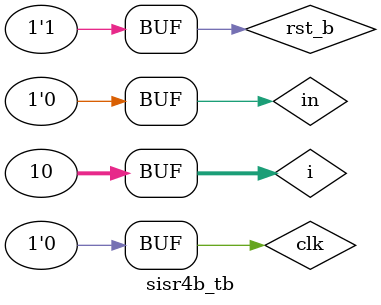
<source format=v>
module dff(input clk,input rst_b,input d, output reg o);
  always@(posedge clk,negedge rst_b)begin
    if(!rst_b)begin
      o<=0;
    end
    else o<=d;
  end
endmodule


module sisr4b(input in,input clk, input rst_b, output[3:0]q);
  generate
    genvar i;
    for(i=0;i<4;i=i+1)begin
      if(i==1)begin
        dff d1(.clk(clk),.rst_b(rst_b),.d(q[i-1]^q[3]),.o(q[i]));
      end
      else if(i==0)begin
        dff d2(.clk(clk),.rst_b(rst_b),.d(in^q[3]),.o(q[i]));
      end
      else 
        dff d3(.clk(clk),.rst_b(rst_b),.d(q[i-1]),.o(q[i]));
    end
  endgenerate
endmodule

module sisr4b_tb();
  reg in;
  reg clk;
  reg rst_b;
  wire [3:0]q;
  
  sisr4b CUT(.in(in),.clk(clk),.rst_b(rst_b),.q(q));
  
  
  initial begin
  clk=0;
  rst_b=0;
  in=0;
  end
  
  integer i;
  initial begin
  for(i=0;i<10;i=i+1)begin
    #100; clk=~clk; 
    #150; in=~in;
    end
  end
  
  initial begin
    #25;
    rst_b=1;
  end
  
endmodule
</source>
